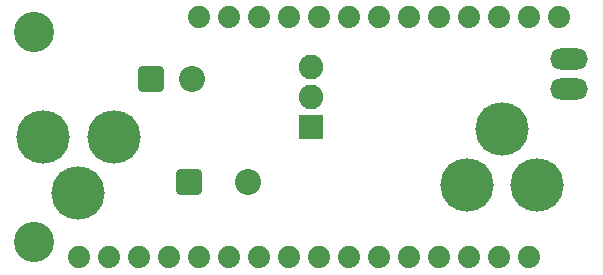
<source format=gbs>
G04 Layer_Color=16711935*
%FSLAX44Y44*%
%MOMM*%
G71*
G01*
G75*
%ADD25C,1.8796*%
%ADD39O,3.2032X1.8032*%
%ADD40C,1.8792*%
%ADD41C,3.4036*%
%ADD42C,4.5212*%
%ADD43C,2.2032*%
G04:AMPARAMS|DCode=44|XSize=2.2032mm|YSize=2.2032mm|CornerRadius=0.3516mm|HoleSize=0mm|Usage=FLASHONLY|Rotation=0.000|XOffset=0mm|YOffset=0mm|HoleType=Round|Shape=RoundedRectangle|*
%AMROUNDEDRECTD44*
21,1,2.2032,1.5000,0,0,0.0*
21,1,1.5000,2.2032,0,0,0.0*
1,1,0.7032,0.7500,-0.7500*
1,1,0.7032,-0.7500,-0.7500*
1,1,0.7032,-0.7500,0.7500*
1,1,0.7032,0.7500,0.7500*
%
%ADD44ROUNDEDRECTD44*%
%ADD45R,2.0828X2.0828*%
%ADD46C,2.0828*%
D25*
X139700Y101600D02*
D03*
X165100D02*
D03*
X190500D02*
D03*
X215900D02*
D03*
X241300D02*
D03*
X266700D02*
D03*
X292100D02*
D03*
X317500D02*
D03*
X342900D02*
D03*
X368300D02*
D03*
X393700D02*
D03*
X419100D02*
D03*
Y-101600D02*
D03*
X393700D02*
D03*
X368300D02*
D03*
X342900D02*
D03*
X317500D02*
D03*
X292100D02*
D03*
X266700D02*
D03*
X241300D02*
D03*
X215900D02*
D03*
X190500D02*
D03*
X165100D02*
D03*
X139700D02*
D03*
X114300D02*
D03*
X88900D02*
D03*
X63500D02*
D03*
X38100D02*
D03*
D39*
X453000Y41000D02*
D03*
Y66400D02*
D03*
D40*
X444500Y101600D02*
D03*
D41*
X0Y-88900D02*
D03*
Y88900D02*
D03*
D42*
X365840Y-40000D02*
D03*
X425784D02*
D03*
X395812Y7244D02*
D03*
X67160Y0D02*
D03*
X7216D02*
D03*
X37188Y-47244D02*
D03*
D43*
X133500Y49000D02*
D03*
X181000Y-38000D02*
D03*
D44*
X98500Y49000D02*
D03*
X131000Y-38000D02*
D03*
D45*
X234000Y8600D02*
D03*
D46*
Y34000D02*
D03*
Y59400D02*
D03*
M02*

</source>
